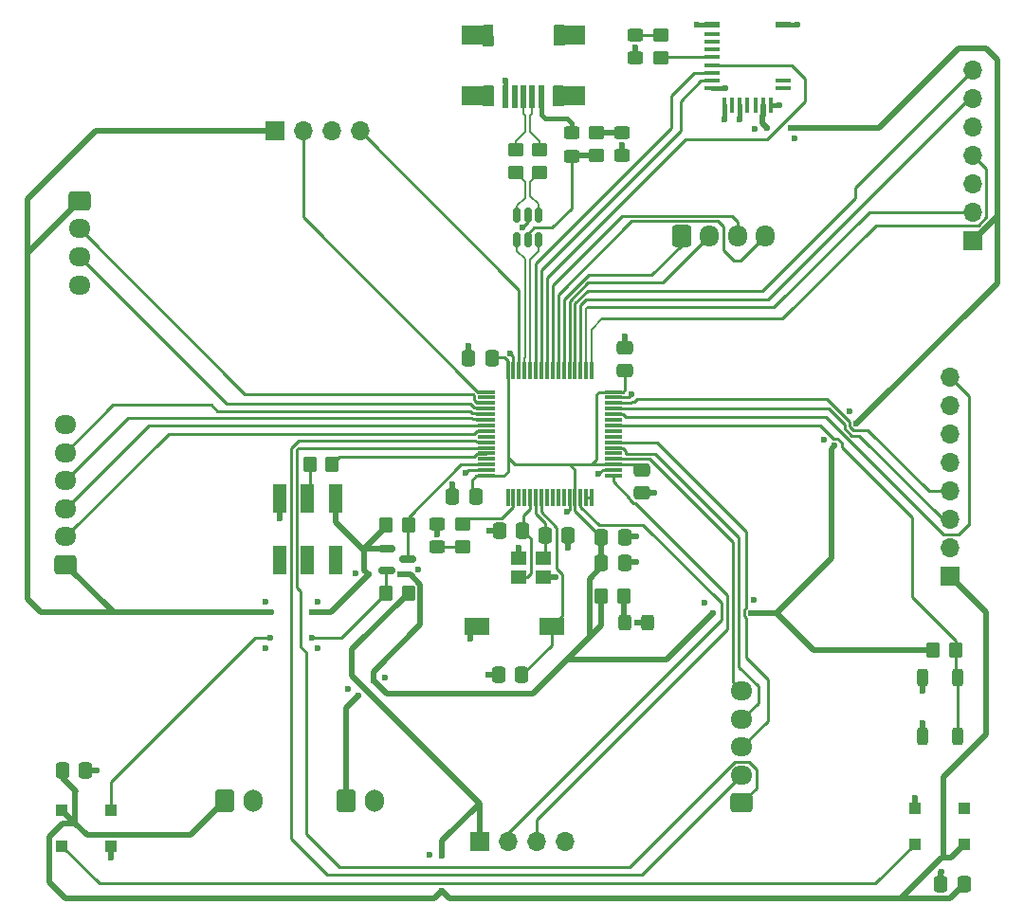
<source format=gbr>
%TF.GenerationSoftware,KiCad,Pcbnew,9.0.1*%
%TF.CreationDate,2025-05-06T13:03:09-06:00*%
%TF.ProjectId,2025_04_STM32F103_RobotBrain,32303235-5f30-4345-9f53-544d33324631,rev?*%
%TF.SameCoordinates,Original*%
%TF.FileFunction,Copper,L1,Top*%
%TF.FilePolarity,Positive*%
%FSLAX46Y46*%
G04 Gerber Fmt 4.6, Leading zero omitted, Abs format (unit mm)*
G04 Created by KiCad (PCBNEW 9.0.1) date 2025-05-06 13:03:09*
%MOMM*%
%LPD*%
G01*
G04 APERTURE LIST*
G04 Aperture macros list*
%AMRoundRect*
0 Rectangle with rounded corners*
0 $1 Rounding radius*
0 $2 $3 $4 $5 $6 $7 $8 $9 X,Y pos of 4 corners*
0 Add a 4 corners polygon primitive as box body*
4,1,4,$2,$3,$4,$5,$6,$7,$8,$9,$2,$3,0*
0 Add four circle primitives for the rounded corners*
1,1,$1+$1,$2,$3*
1,1,$1+$1,$4,$5*
1,1,$1+$1,$6,$7*
1,1,$1+$1,$8,$9*
0 Add four rect primitives between the rounded corners*
20,1,$1+$1,$2,$3,$4,$5,0*
20,1,$1+$1,$4,$5,$6,$7,0*
20,1,$1+$1,$6,$7,$8,$9,0*
20,1,$1+$1,$8,$9,$2,$3,0*%
G04 Aperture macros list end*
%TA.AperFunction,SMDPad,CuDef*%
%ADD10RoundRect,0.250000X-0.450000X0.350000X-0.450000X-0.350000X0.450000X-0.350000X0.450000X0.350000X0*%
%TD*%
%TA.AperFunction,SMDPad,CuDef*%
%ADD11RoundRect,0.075000X0.075000X-0.700000X0.075000X0.700000X-0.075000X0.700000X-0.075000X-0.700000X0*%
%TD*%
%TA.AperFunction,SMDPad,CuDef*%
%ADD12RoundRect,0.075000X0.700000X-0.075000X0.700000X0.075000X-0.700000X0.075000X-0.700000X-0.075000X0*%
%TD*%
%TA.AperFunction,SMDPad,CuDef*%
%ADD13RoundRect,0.250000X0.350000X0.450000X-0.350000X0.450000X-0.350000X-0.450000X0.350000X-0.450000X0*%
%TD*%
%TA.AperFunction,SMDPad,CuDef*%
%ADD14RoundRect,0.250000X0.450000X-0.350000X0.450000X0.350000X-0.450000X0.350000X-0.450000X-0.350000X0*%
%TD*%
%TA.AperFunction,SMDPad,CuDef*%
%ADD15RoundRect,0.250000X-0.337500X-0.475000X0.337500X-0.475000X0.337500X0.475000X-0.337500X0.475000X0*%
%TD*%
%TA.AperFunction,ComponentPad*%
%ADD16RoundRect,0.250000X-0.600000X-0.750000X0.600000X-0.750000X0.600000X0.750000X-0.600000X0.750000X0*%
%TD*%
%TA.AperFunction,ComponentPad*%
%ADD17O,1.700000X2.000000*%
%TD*%
%TA.AperFunction,ComponentPad*%
%ADD18R,1.700000X1.700000*%
%TD*%
%TA.AperFunction,ComponentPad*%
%ADD19O,1.700000X1.700000*%
%TD*%
%TA.AperFunction,ComponentPad*%
%ADD20RoundRect,0.250000X0.725000X-0.600000X0.725000X0.600000X-0.725000X0.600000X-0.725000X-0.600000X0*%
%TD*%
%TA.AperFunction,ComponentPad*%
%ADD21O,1.950000X1.700000*%
%TD*%
%TA.AperFunction,SMDPad,CuDef*%
%ADD22RoundRect,0.250000X0.450000X-0.325000X0.450000X0.325000X-0.450000X0.325000X-0.450000X-0.325000X0*%
%TD*%
%TA.AperFunction,SMDPad,CuDef*%
%ADD23RoundRect,0.150000X-0.587500X-0.150000X0.587500X-0.150000X0.587500X0.150000X-0.587500X0.150000X0*%
%TD*%
%TA.AperFunction,SMDPad,CuDef*%
%ADD24RoundRect,0.250000X-0.450000X0.325000X-0.450000X-0.325000X0.450000X-0.325000X0.450000X0.325000X0*%
%TD*%
%TA.AperFunction,SMDPad,CuDef*%
%ADD25RoundRect,0.250000X-0.350000X-0.450000X0.350000X-0.450000X0.350000X0.450000X-0.350000X0.450000X0*%
%TD*%
%TA.AperFunction,SMDPad,CuDef*%
%ADD26R,1.000000X1.000000*%
%TD*%
%TA.AperFunction,SMDPad,CuDef*%
%ADD27RoundRect,0.250000X0.337500X0.475000X-0.337500X0.475000X-0.337500X-0.475000X0.337500X-0.475000X0*%
%TD*%
%TA.AperFunction,ComponentPad*%
%ADD28RoundRect,0.250000X-0.725000X0.600000X-0.725000X-0.600000X0.725000X-0.600000X0.725000X0.600000X0*%
%TD*%
%TA.AperFunction,SMDPad,CuDef*%
%ADD29R,1.400000X0.600000*%
%TD*%
%TA.AperFunction,SMDPad,CuDef*%
%ADD30R,1.400000X0.400000*%
%TD*%
%TA.AperFunction,SMDPad,CuDef*%
%ADD31R,0.400000X1.400000*%
%TD*%
%TA.AperFunction,SMDPad,CuDef*%
%ADD32RoundRect,0.250000X-0.475000X0.337500X-0.475000X-0.337500X0.475000X-0.337500X0.475000X0.337500X0*%
%TD*%
%TA.AperFunction,SMDPad,CuDef*%
%ADD33RoundRect,0.150000X-0.150000X0.512500X-0.150000X-0.512500X0.150000X-0.512500X0.150000X0.512500X0*%
%TD*%
%TA.AperFunction,ComponentPad*%
%ADD34RoundRect,0.250000X-0.600000X-0.725000X0.600000X-0.725000X0.600000X0.725000X-0.600000X0.725000X0*%
%TD*%
%TA.AperFunction,ComponentPad*%
%ADD35O,1.700000X1.950000*%
%TD*%
%TA.AperFunction,SMDPad,CuDef*%
%ADD36R,1.400000X1.200000*%
%TD*%
%TA.AperFunction,SMDPad,CuDef*%
%ADD37R,2.300000X1.500000*%
%TD*%
%TA.AperFunction,SMDPad,CuDef*%
%ADD38RoundRect,0.250000X0.325000X0.450000X-0.325000X0.450000X-0.325000X-0.450000X0.325000X-0.450000X0*%
%TD*%
%TA.AperFunction,SMDPad,CuDef*%
%ADD39RoundRect,0.250000X0.475000X-0.337500X0.475000X0.337500X-0.475000X0.337500X-0.475000X-0.337500X0*%
%TD*%
%TA.AperFunction,SMDPad,CuDef*%
%ADD40RoundRect,0.250000X-0.250000X0.525000X-0.250000X-0.525000X0.250000X-0.525000X0.250000X0.525000X0*%
%TD*%
%TA.AperFunction,SMDPad,CuDef*%
%ADD41R,1.200000X2.500000*%
%TD*%
%TA.AperFunction,SMDPad,CuDef*%
%ADD42R,0.500000X2.000000*%
%TD*%
%TA.AperFunction,SMDPad,CuDef*%
%ADD43R,2.000000X1.700000*%
%TD*%
%TA.AperFunction,ViaPad*%
%ADD44C,0.600000*%
%TD*%
%TA.AperFunction,Conductor*%
%ADD45C,0.254000*%
%TD*%
%TA.AperFunction,Conductor*%
%ADD46C,0.508000*%
%TD*%
%TA.AperFunction,Conductor*%
%ADD47C,0.381000*%
%TD*%
%TA.AperFunction,Conductor*%
%ADD48C,0.200000*%
%TD*%
G04 APERTURE END LIST*
D10*
%TO.P,R2,1*%
%TO.N,/D+*%
X137680000Y-41715000D03*
%TO.P,R2,2*%
%TO.N,/USB_CONN_D+*%
X137680000Y-43715000D03*
%TD*%
D11*
%TO.P,U1,1,VBAT*%
%TO.N,unconnected-(U1-VBAT-Pad1)*%
X136990000Y-72760000D03*
%TO.P,U1,2,PC13*%
%TO.N,/USER_LED*%
X137490000Y-72760000D03*
%TO.P,U1,3,PC14*%
%TO.N,unconnected-(U1-PC14-Pad3)*%
X137990000Y-72760000D03*
%TO.P,U1,4,PC15*%
%TO.N,unconnected-(U1-PC15-Pad4)*%
X138490000Y-72760000D03*
%TO.P,U1,5,RCC_OSC_IN*%
%TO.N,/OSC_IN*%
X138990000Y-72760000D03*
%TO.P,U1,6,RCC_OSC_OUT*%
%TO.N,/OSC_OUT*%
X139490000Y-72760000D03*
%TO.P,U1,7,NRST*%
%TO.N,/RESET*%
X139990000Y-72760000D03*
%TO.P,U1,8,PC0*%
%TO.N,unconnected-(U1-PC0-Pad8)*%
X140490000Y-72760000D03*
%TO.P,U1,9,PC1*%
%TO.N,unconnected-(U1-PC1-Pad9)*%
X140990000Y-72760000D03*
%TO.P,U1,10,PC2*%
%TO.N,unconnected-(U1-PC2-Pad10)*%
X141490000Y-72760000D03*
%TO.P,U1,11,PC3*%
%TO.N,unconnected-(U1-PC3-Pad11)*%
X141990000Y-72760000D03*
%TO.P,U1,12,VSSA*%
%TO.N,GND*%
X142490000Y-72760000D03*
%TO.P,U1,13,VDDA*%
%TO.N,+3V3*%
X142990000Y-72760000D03*
%TO.P,U1,14,PA0*%
%TO.N,/ULTRA_TRIG*%
X143490000Y-72760000D03*
%TO.P,U1,15,PA1*%
%TO.N,Net-(U1-PA1)*%
X143990000Y-72760000D03*
%TO.P,U1,16,PA2*%
X144490000Y-72760000D03*
D12*
%TO.P,U1,17,PA3*%
%TO.N,/ULTRA_ECHO*%
X146415000Y-70835000D03*
%TO.P,U1,18,VSS*%
%TO.N,GND*%
X146415000Y-70335000D03*
%TO.P,U1,19,VDD*%
%TO.N,+3V3*%
X146415000Y-69835000D03*
%TO.P,U1,20,PA4*%
%TO.N,/PWR_ADC*%
X146415000Y-69335000D03*
%TO.P,U1,21,PA5*%
%TO.N,unconnected-(U1-PA5-Pad21)*%
X146415000Y-68835000D03*
%TO.P,U1,22,PA6*%
%TO.N,/E1B*%
X146415000Y-68335000D03*
%TO.P,U1,23,PA7*%
%TO.N,/E1A*%
X146415000Y-67835000D03*
%TO.P,U1,24,PC4*%
%TO.N,unconnected-(U1-PC4-Pad24)*%
X146415000Y-67335000D03*
%TO.P,U1,25,PC5*%
%TO.N,unconnected-(U1-PC5-Pad25)*%
X146415000Y-66835000D03*
%TO.P,U1,26,PB0*%
%TO.N,/uBUTTON*%
X146415000Y-66335000D03*
%TO.P,U1,27,PB1*%
%TO.N,unconnected-(U1-PB1-Pad27)*%
X146415000Y-65835000D03*
%TO.P,U1,28,PB2*%
%TO.N,/IMU_INT*%
X146415000Y-65335000D03*
%TO.P,U1,29,PB10*%
%TO.N,/IMU_I2C_SCL*%
X146415000Y-64835000D03*
%TO.P,U1,30,PB11*%
%TO.N,/IMU_I2C_SDA*%
X146415000Y-64335000D03*
%TO.P,U1,31,VSS*%
%TO.N,GND*%
X146415000Y-63835000D03*
%TO.P,U1,32,VDD*%
%TO.N,+3V3*%
X146415000Y-63335000D03*
D11*
%TO.P,U1,33,PB12*%
%TO.N,/PS2_CS*%
X144490000Y-61410000D03*
%TO.P,U1,34,PB13*%
%TO.N,/PS2_SCK*%
X143990000Y-61410000D03*
%TO.P,U1,35,PB14*%
%TO.N,/PS2_MISO*%
X143490000Y-61410000D03*
%TO.P,U1,36,PB15*%
%TO.N,/PS2_MOSI*%
X142990000Y-61410000D03*
%TO.P,U1,37,PC6*%
%TO.N,/AN1*%
X142490000Y-61410000D03*
%TO.P,U1,38,PC7*%
%TO.N,/AN2*%
X141990000Y-61410000D03*
%TO.P,U1,39,PC8*%
%TO.N,/BN1*%
X141490000Y-61410000D03*
%TO.P,U1,40,PC9*%
%TO.N,/BN2*%
X140990000Y-61410000D03*
%TO.P,U1,41,PA8*%
%TO.N,/BL_WAKEUP*%
X140490000Y-61410000D03*
%TO.P,U1,42,PA9*%
%TO.N,/BL_RX*%
X139990000Y-61410000D03*
%TO.P,U1,43,PA10*%
%TO.N,/BL_TX*%
X139490000Y-61410000D03*
%TO.P,U1,44,USB_DM*%
%TO.N,/USB_D-*%
X138990000Y-61410000D03*
%TO.P,U1,45,USB_DP*%
%TO.N,/USB_D+*%
X138490000Y-61410000D03*
%TO.P,U1,46,SYS_JTMS-SWDIO*%
%TO.N,/SWDIO*%
X137990000Y-61410000D03*
%TO.P,U1,47,VSS*%
%TO.N,GND*%
X137490000Y-61410000D03*
%TO.P,U1,48,VDD*%
%TO.N,+3V3*%
X136990000Y-61410000D03*
D12*
%TO.P,U1,49,SYS_JTCK-SWCLK*%
%TO.N,/SWCLK*%
X135065000Y-63335000D03*
%TO.P,U1,50,PA15*%
%TO.N,unconnected-(U1-PA15-Pad50)*%
X135065000Y-63835000D03*
%TO.P,U1,51,PC10*%
%TO.N,/USER_TX*%
X135065000Y-64335000D03*
%TO.P,U1,52,PC11*%
%TO.N,/USER_RX*%
X135065000Y-64835000D03*
%TO.P,U1,53,PC12*%
%TO.N,/X4*%
X135065000Y-65335000D03*
%TO.P,U1,54,PD2*%
%TO.N,/X3*%
X135065000Y-65835000D03*
%TO.P,U1,55,PB3*%
%TO.N,/X2*%
X135065000Y-66335000D03*
%TO.P,U1,56,PB4*%
%TO.N,/X1*%
X135065000Y-66835000D03*
%TO.P,U1,57,PB5*%
%TO.N,unconnected-(U1-PB5-Pad57)*%
X135065000Y-67335000D03*
%TO.P,U1,58,PB6*%
%TO.N,/E2B*%
X135065000Y-67835000D03*
%TO.P,U1,59,PB7*%
%TO.N,/E2A*%
X135065000Y-68335000D03*
%TO.P,U1,60,BOOT0*%
%TO.N,/BOOT*%
X135065000Y-68835000D03*
%TO.P,U1,61,PB8*%
%TO.N,unconnected-(U1-PB8-Pad61)*%
X135065000Y-69335000D03*
%TO.P,U1,62,PB9*%
%TO.N,/RGB_DIN*%
X135065000Y-69835000D03*
%TO.P,U1,63,VSS*%
%TO.N,GND*%
X135065000Y-70335000D03*
%TO.P,U1,64,VDD*%
%TO.N,+3V3*%
X135065000Y-70835000D03*
%TD*%
D13*
%TO.P,R9,1*%
%TO.N,+5V*%
X128117500Y-81300000D03*
%TO.P,R9,2*%
%TO.N,Net-(LED1-DIN)*%
X126117500Y-81300000D03*
%TD*%
D14*
%TO.P,R3,1*%
%TO.N,/USB_CONN_D-*%
X139860000Y-43735000D03*
%TO.P,R3,2*%
%TO.N,/D-*%
X139860000Y-41735000D03*
%TD*%
D15*
%TO.P,C12,1*%
%TO.N,+5V*%
X97200000Y-97150000D03*
%TO.P,C12,2*%
%TO.N,GND*%
X99275000Y-97150000D03*
%TD*%
D16*
%TO.P,J6,1,Pin_1*%
%TO.N,+3V3*%
X122580000Y-99900000D03*
D17*
%TO.P,J6,2,Pin_2*%
%TO.N,GND*%
X125080000Y-99900000D03*
%TD*%
D18*
%TO.P,J9,1,Pin_1*%
%TO.N,+3V3*%
X178500000Y-49800000D03*
D19*
%TO.P,J9,2,Pin_2*%
%TO.N,/PS2_SCK*%
X178500000Y-47260000D03*
%TO.P,J9,3,Pin_3*%
%TO.N,unconnected-(J9-Pin_3-Pad3)*%
X178500000Y-44720000D03*
%TO.P,J9,4,Pin_4*%
%TO.N,/PS2_CS*%
X178500000Y-42180000D03*
%TO.P,J9,5,Pin_5*%
%TO.N,GND*%
X178500000Y-39640000D03*
%TO.P,J9,6,Pin_6*%
%TO.N,/PS2_MISO*%
X178500000Y-37100000D03*
%TO.P,J9,7,Pin_7*%
%TO.N,/PS2_MOSI*%
X178500000Y-34560000D03*
%TD*%
D20*
%TO.P,J8,1,Pin_1*%
%TO.N,/E2A*%
X157890000Y-100070000D03*
D21*
%TO.P,J8,2,Pin_2*%
%TO.N,/E2B*%
X157890000Y-97570000D03*
%TO.P,J8,3,Pin_3*%
%TO.N,/E1A*%
X157890000Y-95070000D03*
%TO.P,J8,4,Pin_4*%
%TO.N,/E1B*%
X157890000Y-92570000D03*
%TO.P,J8,5,Pin_5*%
%TO.N,/PWR_ADC*%
X157890000Y-90070000D03*
%TD*%
D18*
%TO.P,J2,1,Pin_1*%
%TO.N,+5V*%
X176465000Y-79835000D03*
D19*
%TO.P,J2,2,Pin_2*%
%TO.N,GND*%
X176465000Y-77295000D03*
%TO.P,J2,3,Pin_3*%
%TO.N,/IMU_I2C_SCL*%
X176465000Y-74755000D03*
%TO.P,J2,4,Pin_4*%
%TO.N,/IMU_I2C_SDA*%
X176465000Y-72215000D03*
%TO.P,J2,5,Pin_5*%
%TO.N,unconnected-(J2-Pin_5-Pad5)*%
X176465000Y-69675000D03*
%TO.P,J2,6,Pin_6*%
%TO.N,unconnected-(J2-Pin_6-Pad6)*%
X176465000Y-67135000D03*
%TO.P,J2,7,Pin_7*%
%TO.N,unconnected-(J2-Pin_7-Pad7)*%
X176465000Y-64595000D03*
%TO.P,J2,8,Pin_8*%
%TO.N,/IMU_INT*%
X176465000Y-62055000D03*
%TD*%
D22*
%TO.P,D4,1,K*%
%TO.N,GND*%
X148410000Y-33500000D03*
%TO.P,D4,2,A*%
%TO.N,Net-(D4-A)*%
X148410000Y-31450000D03*
%TD*%
D23*
%TO.P,Q1,1,G*%
%TO.N,+3V3*%
X126210000Y-77360000D03*
%TO.P,Q1,2,S*%
%TO.N,Net-(LED1-DIN)*%
X126210000Y-79260000D03*
%TO.P,Q1,3,D*%
%TO.N,/RGB_DIN*%
X128085000Y-78310000D03*
%TD*%
D24*
%TO.P,D3,1,K*%
%TO.N,GND*%
X130690000Y-75155000D03*
%TO.P,D3,2,A*%
%TO.N,Net-(D3-A)*%
X130690000Y-77205000D03*
%TD*%
D25*
%TO.P,R5,1*%
%TO.N,+3V3*%
X145347500Y-81570000D03*
%TO.P,R5,2*%
%TO.N,Net-(D2-A)*%
X147347500Y-81570000D03*
%TD*%
D26*
%TO.P,LED1,1,VDD*%
%TO.N,+5V*%
X97150000Y-100700000D03*
%TO.P,LED1,2,DOUT*%
%TO.N,Net-(LED1-DOUT)*%
X97150000Y-103900000D03*
%TO.P,LED1,3,VSS*%
%TO.N,GND*%
X101550000Y-103900000D03*
%TO.P,LED1,4,DIN*%
%TO.N,Net-(LED1-DIN)*%
X101550000Y-100700000D03*
%TD*%
D24*
%TO.P,F1,1*%
%TO.N,Net-(J1-VBUS)*%
X142670000Y-40210000D03*
%TO.P,F1,2*%
%TO.N,Vusb*%
X142670000Y-42260000D03*
%TD*%
D27*
%TO.P,C9,1*%
%TO.N,/OSC_IN*%
X138337500Y-75730000D03*
%TO.P,C9,2*%
%TO.N,GND*%
X136262500Y-75730000D03*
%TD*%
D13*
%TO.P,R10,1*%
%TO.N,/RGB_DIN*%
X128117500Y-75210000D03*
%TO.P,R10,2*%
%TO.N,+3V3*%
X126117500Y-75210000D03*
%TD*%
D18*
%TO.P,J4,1,Pin_1*%
%TO.N,+3V3*%
X116160000Y-40040000D03*
D19*
%TO.P,J4,2,Pin_2*%
%TO.N,/SWCLK*%
X118700000Y-40040000D03*
%TO.P,J4,3,Pin_3*%
%TO.N,GND*%
X121240000Y-40040000D03*
%TO.P,J4,4,Pin_4*%
%TO.N,/SWDIO*%
X123780000Y-40040000D03*
%TD*%
D25*
%TO.P,R8,1*%
%TO.N,+3V3*%
X175000000Y-86410000D03*
%TO.P,R8,2*%
%TO.N,/uBUTTON*%
X177000000Y-86410000D03*
%TD*%
D28*
%TO.P,J11,1,Pin_1*%
%TO.N,+3V3*%
X98720000Y-46270000D03*
D21*
%TO.P,J11,2,Pin_2*%
%TO.N,/USER_TX*%
X98720000Y-48770000D03*
%TO.P,J11,3,Pin_3*%
%TO.N,/USER_RX*%
X98720000Y-51270000D03*
%TO.P,J11,4,Pin_4*%
%TO.N,GND*%
X98720000Y-53770000D03*
%TD*%
D29*
%TO.P,MDBT42T-AT1,1,GND@1*%
%TO.N,GND*%
X155200000Y-30540000D03*
D30*
%TO.P,MDBT42T-AT1,2,NC@2*%
%TO.N,unconnected-(MDBT42T-AT1-NC@2-Pad2)*%
X155200000Y-31340000D03*
%TO.P,MDBT42T-AT1,3,NC@3*%
%TO.N,unconnected-(MDBT42T-AT1-NC@3-Pad3)*%
X155200000Y-32040000D03*
%TO.P,MDBT42T-AT1,4,RESET*%
%TO.N,unconnected-(MDBT42T-AT1-RESET-Pad4)*%
X155200000Y-32740000D03*
%TO.P,MDBT42T-AT1,5,INDICATOR*%
%TO.N,Net-(MDBT42T-AT1-INDICATOR)*%
X155200000Y-33440000D03*
%TO.P,MDBT42T-AT1,6,WAKEUP*%
%TO.N,/BL_WAKEUP*%
X155200000Y-34140000D03*
%TO.P,MDBT42T-AT1,7,TX*%
%TO.N,/BL_TX*%
X155200000Y-34840000D03*
%TO.P,MDBT42T-AT1,8,RX*%
%TO.N,/BL_RX*%
X155200000Y-35540000D03*
%TO.P,MDBT42T-AT1,9,UART_PD*%
%TO.N,GND*%
X155200000Y-36240000D03*
D31*
%TO.P,MDBT42T-AT1,10,GND@10*%
X156300000Y-37740000D03*
%TO.P,MDBT42T-AT1,11,ADC*%
%TO.N,unconnected-(MDBT42T-AT1-ADC-Pad11)*%
X157000000Y-37740000D03*
%TO.P,MDBT42T-AT1,12,FLASH_DEFAULT*%
%TO.N,GND*%
X157700000Y-37740000D03*
%TO.P,MDBT42T-AT1,13,RTS/XL2*%
%TO.N,unconnected-(MDBT42T-AT1-RTS{slash}XL2-Pad13)*%
X158400000Y-37740000D03*
%TO.P,MDBT42T-AT1,14,CTS/XL1*%
%TO.N,unconnected-(MDBT42T-AT1-CTS{slash}XL1-Pad14)*%
X159100000Y-37740000D03*
%TO.P,MDBT42T-AT1,15,VDD*%
%TO.N,+3V3*%
X159800000Y-37740000D03*
%TO.P,MDBT42T-AT1,16,GND@16*%
%TO.N,GND*%
X160500000Y-37740000D03*
D30*
%TO.P,MDBT42T-AT1,17,DCC*%
%TO.N,unconnected-(MDBT42T-AT1-DCC-Pad17)*%
X161600000Y-36240000D03*
%TO.P,MDBT42T-AT1,18,DEC4*%
%TO.N,unconnected-(MDBT42T-AT1-DEC4-Pad18)*%
X161600000Y-35540000D03*
D29*
%TO.P,MDBT42T-AT1,19,GND@19*%
%TO.N,GND*%
X161600000Y-30540000D03*
%TD*%
D27*
%TO.P,C2,1*%
%TO.N,+3V3*%
X135577500Y-60340000D03*
%TO.P,C2,2*%
%TO.N,GND*%
X133502500Y-60340000D03*
%TD*%
D10*
%TO.P,R6,1*%
%TO.N,/USER_LED*%
X132960000Y-75150000D03*
%TO.P,R6,2*%
%TO.N,Net-(D3-A)*%
X132960000Y-77150000D03*
%TD*%
D14*
%TO.P,R7,1*%
%TO.N,Net-(MDBT42T-AT1-INDICATOR)*%
X150640000Y-33475000D03*
%TO.P,R7,2*%
%TO.N,Net-(D4-A)*%
X150640000Y-31475000D03*
%TD*%
D32*
%TO.P,C4,1*%
%TO.N,+3V3*%
X148960000Y-70302500D03*
%TO.P,C4,2*%
%TO.N,GND*%
X148960000Y-72377500D03*
%TD*%
D33*
%TO.P,U2,1,I/O1*%
%TO.N,/USB_CONN_D-*%
X139730000Y-47510000D03*
%TO.P,U2,2,GND*%
%TO.N,GND*%
X138780000Y-47510000D03*
%TO.P,U2,3,I/O2*%
%TO.N,/USB_CONN_D+*%
X137830000Y-47510000D03*
%TO.P,U2,4,I/O2*%
%TO.N,/USB_D+*%
X137830000Y-49785000D03*
%TO.P,U2,5,VBUS*%
%TO.N,Vusb*%
X138780000Y-49785000D03*
%TO.P,U2,6,I/O1*%
%TO.N,/USB_D-*%
X139730000Y-49785000D03*
%TD*%
D15*
%TO.P,C5,1*%
%TO.N,+3V3*%
X145352500Y-76290000D03*
%TO.P,C5,2*%
%TO.N,GND*%
X147427500Y-76290000D03*
%TD*%
D18*
%TO.P,J3,1,Pin_1*%
%TO.N,+5V*%
X134460000Y-103485000D03*
D19*
%TO.P,J3,2,Pin_2*%
%TO.N,/ULTRA_TRIG*%
X137000000Y-103485000D03*
%TO.P,J3,3,Pin_3*%
%TO.N,/ULTRA_ECHO*%
X139540000Y-103485000D03*
%TO.P,J3,4,Pin_4*%
%TO.N,GND*%
X142080000Y-103485000D03*
%TD*%
D34*
%TO.P,J7,1,Pin_1*%
%TO.N,/AN2*%
X152510000Y-49370000D03*
D35*
%TO.P,J7,2,Pin_2*%
%TO.N,/AN1*%
X155010000Y-49370000D03*
%TO.P,J7,3,Pin_3*%
%TO.N,/BN2*%
X157510000Y-49370000D03*
%TO.P,J7,4,Pin_4*%
%TO.N,/BN1*%
X160010000Y-49370000D03*
%TD*%
D36*
%TO.P,Y2,1,1*%
%TO.N,/OSC_IN*%
X137952500Y-79920000D03*
%TO.P,Y2,2,2*%
%TO.N,GND*%
X140152500Y-79920000D03*
%TO.P,Y2,3,3*%
%TO.N,/OSC_OUT*%
X140152500Y-78220000D03*
%TO.P,Y2,4,4*%
%TO.N,GND*%
X137952500Y-78220000D03*
%TD*%
D37*
%TO.P,SW1,1,A*%
%TO.N,GND*%
X134220000Y-84280000D03*
%TO.P,SW1,2,B*%
%TO.N,/RESET*%
X140920000Y-84280000D03*
%TD*%
D15*
%TO.P,C6,1*%
%TO.N,+3V3*%
X145352500Y-78580000D03*
%TO.P,C6,2*%
%TO.N,GND*%
X147427500Y-78580000D03*
%TD*%
D16*
%TO.P,J5,1,Pin_1*%
%TO.N,+5V*%
X111750000Y-99875000D03*
D17*
%TO.P,J5,2,Pin_2*%
%TO.N,GND*%
X114250000Y-99875000D03*
%TD*%
D38*
%TO.P,D2,1,K*%
%TO.N,GND*%
X149492500Y-83950000D03*
%TO.P,D2,2,A*%
%TO.N,Net-(D2-A)*%
X147442500Y-83950000D03*
%TD*%
D27*
%TO.P,C1,1*%
%TO.N,+3V3*%
X134137500Y-72690000D03*
%TO.P,C1,2*%
%TO.N,GND*%
X132062500Y-72690000D03*
%TD*%
D26*
%TO.P,LED2,1,VDD*%
%TO.N,+5V*%
X177760000Y-103740000D03*
%TO.P,LED2,2,DOUT*%
%TO.N,unconnected-(LED2-DOUT-Pad2)*%
X177760000Y-100540000D03*
%TO.P,LED2,3,VSS*%
%TO.N,GND*%
X173360000Y-100540000D03*
%TO.P,LED2,4,DIN*%
%TO.N,Net-(LED1-DOUT)*%
X173360000Y-103740000D03*
%TD*%
D15*
%TO.P,C8,1*%
%TO.N,/OSC_OUT*%
X140312500Y-76140000D03*
%TO.P,C8,2*%
%TO.N,GND*%
X142387500Y-76140000D03*
%TD*%
D13*
%TO.P,R1,1*%
%TO.N,/BOOT*%
X121300000Y-69810000D03*
%TO.P,R1,2*%
%TO.N,Net-(R1-Pad2)*%
X119300000Y-69810000D03*
%TD*%
D20*
%TO.P,J10,1,Pin_1*%
%TO.N,+3V3*%
X97510000Y-78760000D03*
D21*
%TO.P,J10,2,Pin_2*%
%TO.N,/X1*%
X97510000Y-76260000D03*
%TO.P,J10,3,Pin_3*%
%TO.N,/X2*%
X97510000Y-73760000D03*
%TO.P,J10,4,Pin_4*%
%TO.N,/X3*%
X97510000Y-71260000D03*
%TO.P,J10,5,Pin_5*%
%TO.N,/X4*%
X97510000Y-68760000D03*
%TO.P,J10,6,Pin_6*%
%TO.N,GND*%
X97510000Y-66260000D03*
%TD*%
D39*
%TO.P,C3,1*%
%TO.N,+3V3*%
X147470000Y-61457500D03*
%TO.P,C3,2*%
%TO.N,GND*%
X147470000Y-59382500D03*
%TD*%
D40*
%TO.P,SW2,1,A*%
%TO.N,/uBUTTON*%
X177200000Y-88835000D03*
X177200000Y-94085000D03*
%TO.P,SW2,2,B*%
%TO.N,GND*%
X174000000Y-88835000D03*
X174000000Y-94085000D03*
%TD*%
D22*
%TO.P,D1,1,K*%
%TO.N,GND*%
X147160000Y-42210000D03*
%TO.P,D1,2,A*%
%TO.N,Net-(D1-A)*%
X147160000Y-40160000D03*
%TD*%
D41*
%TO.P,S1,1*%
%TO.N,+3V3*%
X121610000Y-72880000D03*
%TO.P,S1,2*%
%TO.N,Net-(R1-Pad2)*%
X119110000Y-72880000D03*
%TO.P,S1,3*%
%TO.N,GND*%
X116610000Y-72880000D03*
%TO.P,S1,4*%
%TO.N,unconnected-(S1-Pad4)*%
X121610000Y-78380000D03*
%TO.P,S1,5*%
%TO.N,unconnected-(S1-Pad5)*%
X119110000Y-78380000D03*
%TO.P,S1,6*%
%TO.N,unconnected-(S1-Pad6)*%
X116610000Y-78380000D03*
%TD*%
D27*
%TO.P,C11,1*%
%TO.N,+5V*%
X177747500Y-107320000D03*
%TO.P,C11,2*%
%TO.N,GND*%
X175672500Y-107320000D03*
%TD*%
D42*
%TO.P,J1,1,VBUS*%
%TO.N,Net-(J1-VBUS)*%
X139980000Y-37000000D03*
%TO.P,J1,2,D-*%
%TO.N,/D-*%
X139180000Y-37000000D03*
%TO.P,J1,3,D+*%
%TO.N,/D+*%
X138380000Y-37000000D03*
%TO.P,J1,4,ID*%
%TO.N,unconnected-(J1-ID-Pad4)*%
X137580000Y-37000000D03*
%TO.P,J1,5,GND*%
%TO.N,GND*%
X136780000Y-37000000D03*
D43*
%TO.P,J1,6,Shield*%
X142830000Y-36900000D03*
X142830000Y-31450000D03*
X133930000Y-36900000D03*
X133930000Y-31450000D03*
%TD*%
D27*
%TO.P,C7,1*%
%TO.N,/RESET*%
X138247500Y-88630000D03*
%TO.P,C7,2*%
%TO.N,GND*%
X136172500Y-88630000D03*
%TD*%
D14*
%TO.P,R4,1*%
%TO.N,Vusb*%
X144880000Y-42215000D03*
%TO.P,R4,2*%
%TO.N,Net-(D1-A)*%
X144880000Y-40215000D03*
%TD*%
D44*
%TO.N,GND*%
X130000000Y-104710001D03*
%TO.N,+5V*%
X131080000Y-104800001D03*
X131080000Y-107892000D03*
%TO.N,GND*%
X159070000Y-39880001D03*
X162600000Y-40690001D03*
X115360000Y-86240001D03*
X115390000Y-82070001D03*
X120000000Y-82110001D03*
X120030000Y-86230001D03*
%TO.N,Net-(LED1-DIN)*%
X115790000Y-85300001D03*
X119540000Y-85290001D03*
%TO.N,+3V3*%
X119480000Y-83040001D03*
X115820000Y-83040001D03*
X162230000Y-39750001D03*
X160177268Y-39745000D03*
X155330000Y-83080000D03*
X127405926Y-79646826D03*
X166161644Y-68138356D03*
X168141824Y-66158176D03*
X124970000Y-89150000D03*
X158717000Y-83080000D03*
X123620000Y-90500000D03*
X124560000Y-79640000D03*
%TO.N,GND*%
X135300000Y-31060000D03*
X135310000Y-31970000D03*
X122680000Y-89880000D03*
X138320000Y-48630000D03*
X101550000Y-104940000D03*
X136780000Y-35480000D03*
X137200000Y-59890000D03*
X135310000Y-36460000D03*
X128960000Y-79190000D03*
X100250000Y-97140000D03*
X148430000Y-76280000D03*
X158970000Y-81890000D03*
X133260000Y-70570000D03*
X161270000Y-37740001D03*
X156300000Y-38970000D03*
X135310000Y-75730000D03*
X141240000Y-79920000D03*
X116610000Y-74610000D03*
X162820000Y-30550000D03*
X150070000Y-72380000D03*
X174000000Y-92900000D03*
X132070000Y-71580000D03*
X133640000Y-85390000D03*
X141410000Y-36420000D03*
X145110000Y-70690000D03*
X173350000Y-99580000D03*
X154570000Y-82210000D03*
X126010000Y-88840000D03*
X153880000Y-30560000D03*
X148580000Y-83950000D03*
X135220000Y-88640000D03*
X141420000Y-37150000D03*
X141430000Y-31900000D03*
X141430000Y-31090000D03*
X157700000Y-38950000D03*
X175680000Y-106180000D03*
X148460000Y-78570000D03*
X165230000Y-67650000D03*
X137960000Y-77270000D03*
X167470000Y-65070000D03*
X148070000Y-63560000D03*
X148400000Y-32585000D03*
X156420000Y-36240000D03*
X130690000Y-76070000D03*
X133510000Y-59260000D03*
X142390000Y-77290000D03*
X173990000Y-90010000D03*
X123421006Y-79505671D03*
X142300000Y-74080000D03*
X147470000Y-58420000D03*
X135310000Y-37250000D03*
X147170000Y-41280000D03*
%TD*%
D45*
%TO.N,/X4*%
X134150992Y-65268000D02*
X134007524Y-65268000D01*
X135043000Y-65313000D02*
X134195992Y-65313000D01*
X133819056Y-65223000D02*
X133666057Y-65070001D01*
X134007524Y-65268000D02*
X133962525Y-65223000D01*
X135065000Y-65335000D02*
X135043000Y-65313000D01*
X134195992Y-65313000D02*
X134150992Y-65268000D01*
X133962525Y-65223000D02*
X133819056Y-65223000D01*
X133666057Y-65070001D02*
X111050000Y-65070001D01*
X110490000Y-64510001D02*
X101759999Y-64510001D01*
X111050000Y-65070001D02*
X110490000Y-64510001D01*
X101759999Y-64510001D02*
X97510000Y-68760000D01*
D46*
%TO.N,+5V*%
X96050000Y-107140000D02*
X96050000Y-103090000D01*
X96050000Y-103090000D02*
X97225000Y-101915000D01*
X131080000Y-107892000D02*
X131758001Y-108570001D01*
X97480001Y-108570001D02*
X96050000Y-107140000D01*
X131758001Y-108570001D02*
X172110000Y-108570001D01*
X131080000Y-107892000D02*
X130401999Y-108570001D01*
X130401999Y-108570001D02*
X97480001Y-108570001D01*
X97225000Y-101915000D02*
X98365000Y-101915000D01*
X131080000Y-104800001D02*
X131080000Y-103462268D01*
X131080000Y-103462268D02*
X134460000Y-100082268D01*
X172110000Y-108570001D02*
X176497499Y-108570001D01*
X176497499Y-108570001D02*
X177747500Y-107320000D01*
X177747500Y-107542501D02*
X177747500Y-107320000D01*
X172110000Y-108570001D02*
X175747733Y-104932268D01*
X175747733Y-104932268D02*
X175860000Y-104932268D01*
D47*
%TO.N,GND*%
X161270000Y-37740001D02*
X160500001Y-37740001D01*
X160500001Y-37740001D02*
X160500000Y-37740000D01*
D45*
%TO.N,/BL_WAKEUP*%
X140490000Y-61410000D02*
X140490000Y-53120001D01*
X163570000Y-37350001D02*
X163570000Y-35380001D01*
X140490000Y-53120001D02*
X152840000Y-40770001D01*
X152840000Y-40770001D02*
X160150000Y-40770001D01*
X163570000Y-35380001D02*
X162330000Y-34140001D01*
X160150000Y-40770001D02*
X163570000Y-37350001D01*
X162330001Y-34140000D02*
X155200000Y-34140000D01*
X162330000Y-34140001D02*
X162330001Y-34140000D01*
%TO.N,Net-(LED1-DIN)*%
X119540000Y-85290001D02*
X122127499Y-85290001D01*
X122127499Y-85290001D02*
X126117500Y-81300000D01*
X115790000Y-85300001D02*
X114394106Y-85300001D01*
X114394106Y-85300001D02*
X101550000Y-98144107D01*
X101550000Y-98144107D02*
X101550000Y-100700000D01*
%TO.N,/E2A*%
X118520000Y-86128000D02*
X118520000Y-81180001D01*
X118520000Y-81180001D02*
X118180000Y-80840001D01*
X119000000Y-86608000D02*
X118520000Y-86128000D01*
X118180000Y-80840001D02*
X118180000Y-68480000D01*
X159193000Y-98767000D02*
X157890000Y-100070000D01*
X147889055Y-105780001D02*
X157277056Y-96392000D01*
X119000000Y-86608000D02*
X119000000Y-102840001D01*
X135065000Y-68335000D02*
X118325000Y-68335000D01*
X119000000Y-102840001D02*
X121940000Y-105780001D01*
X118325000Y-68335000D02*
X118180000Y-68480000D01*
X121940000Y-105780001D02*
X147889055Y-105780001D01*
X159193000Y-97082056D02*
X159193000Y-98767000D01*
X157277056Y-96392000D02*
X158502944Y-96392000D01*
X158502944Y-96392000D02*
X159193000Y-97082056D01*
%TO.N,/E2B*%
X120820001Y-106470001D02*
X117610000Y-103260000D01*
X148989999Y-106470001D02*
X120820001Y-106470001D01*
X117610000Y-103260000D02*
X117610000Y-68406533D01*
X134195992Y-67813000D02*
X135043000Y-67813000D01*
X117610000Y-68406533D02*
X118336532Y-67680001D01*
X157890000Y-97570000D02*
X148989999Y-106470001D01*
X118336532Y-67680001D02*
X134062993Y-67680001D01*
X134062993Y-67680001D02*
X134195992Y-67813000D01*
X135043000Y-67813000D02*
X135065000Y-67835000D01*
D46*
%TO.N,+5V*%
X134460000Y-103485000D02*
X134460000Y-100082268D01*
X134460000Y-100082268D02*
X123100000Y-88722268D01*
X123100000Y-88722268D02*
X123100000Y-86317500D01*
X123100000Y-86317500D02*
X128117500Y-81300000D01*
%TO.N,+3V3*%
X119480000Y-83040001D02*
X121159999Y-83040001D01*
D45*
%TO.N,/BL_TX*%
X139490000Y-61410000D02*
X139490000Y-51850001D01*
X139490000Y-51850001D02*
X151590000Y-39750001D01*
X151590000Y-39750001D02*
X151590000Y-36860001D01*
X151590000Y-36860001D02*
X153610001Y-34840000D01*
X153610001Y-34840000D02*
X155200000Y-34840000D01*
D46*
%TO.N,+3V3*%
X162230000Y-39750001D02*
X170129999Y-39750001D01*
X170129999Y-39750001D02*
X177210000Y-32670000D01*
X177210000Y-32670000D02*
X179710000Y-32670000D01*
X179710000Y-32670000D02*
X180700000Y-33660000D01*
X180700000Y-33660000D02*
X180700000Y-47600000D01*
D45*
%TO.N,/PS2_MISO*%
X143490000Y-61410000D02*
X143490000Y-55546936D01*
X143490000Y-55546936D02*
X143976935Y-55060001D01*
X143976935Y-55060001D02*
X160200000Y-55060001D01*
X160200000Y-55060001D02*
X178160001Y-37100000D01*
X178160001Y-37100000D02*
X178500000Y-37100000D01*
%TO.N,/AN1*%
X155010000Y-49370000D02*
X150799999Y-53580001D01*
X150799999Y-53580001D02*
X144169999Y-53580001D01*
X144169999Y-53580001D02*
X142490000Y-55260000D01*
X142490000Y-55260000D02*
X142490000Y-61410000D01*
D48*
%TO.N,/PS2_SCK*%
X143990000Y-61410000D02*
X143990000Y-55889598D01*
X143990000Y-55889598D02*
X144089597Y-55790001D01*
D45*
X178500000Y-47260000D02*
X169300001Y-47260000D01*
X169300001Y-47260000D02*
X160770000Y-55790001D01*
X160770000Y-55790001D02*
X144089597Y-55790001D01*
%TO.N,/PS2_CS*%
X178987944Y-48438000D02*
X179678000Y-47747944D01*
X161500000Y-56790001D02*
X169852001Y-48438000D01*
X169852001Y-48438000D02*
X178987944Y-48438000D01*
X179678000Y-47747944D02*
X179678000Y-43358000D01*
X145446129Y-56790001D02*
X161500000Y-56790001D01*
X179678000Y-43358000D02*
X178500000Y-42180000D01*
D48*
X144490000Y-61410000D02*
X144490000Y-57746130D01*
X144490000Y-57746130D02*
X145446129Y-56790001D01*
D45*
%TO.N,/AN2*%
X141990000Y-61410000D02*
X141990000Y-55116533D01*
X141990000Y-55116533D02*
X144196532Y-52910001D01*
X152510000Y-50220001D02*
X152510000Y-49370000D01*
X144196532Y-52910001D02*
X149820000Y-52910001D01*
X149820000Y-52910001D02*
X152510000Y-50220001D01*
%TO.N,/BN1*%
X141490000Y-61410000D02*
X141490000Y-54650001D01*
X141490000Y-54650001D02*
X148073001Y-48067000D01*
X148073001Y-48067000D02*
X155737000Y-48067000D01*
X155737000Y-48067000D02*
X156230000Y-48560000D01*
X156230000Y-48560000D02*
X156230000Y-50670000D01*
X156230000Y-50670000D02*
X157160000Y-51600000D01*
X157160000Y-51600000D02*
X157780000Y-51600000D01*
X157780000Y-51600000D02*
X160010000Y-49370000D01*
%TO.N,/BN2*%
X140990000Y-61410000D02*
X140990000Y-53850001D01*
X140990000Y-53850001D02*
X147228001Y-47612000D01*
X156981000Y-47612000D02*
X157510000Y-48141000D01*
X157510000Y-48141000D02*
X157510000Y-49370000D01*
X147228001Y-47612000D02*
X156981000Y-47612000D01*
%TO.N,/BL_RX*%
X139990000Y-61410000D02*
X139990000Y-52450001D01*
X139990000Y-52450001D02*
X152440467Y-39999534D01*
X154246000Y-35540000D02*
X155200000Y-35540000D01*
X152440467Y-39999534D02*
X152440467Y-37345533D01*
X152440467Y-37345533D02*
X154246000Y-35540000D01*
%TO.N,Vusb*%
X138780000Y-49785000D02*
X138780000Y-49230000D01*
X138780000Y-49230000D02*
X139340000Y-48670000D01*
X139340000Y-48670000D02*
X140960001Y-48670000D01*
X140960001Y-48670000D02*
X142670000Y-46960001D01*
X142670000Y-46960001D02*
X142670000Y-42260000D01*
%TO.N,/BOOT*%
X121300000Y-69810000D02*
X121949999Y-69160001D01*
X135043000Y-68857000D02*
X135065000Y-68835000D01*
X133962000Y-69090992D02*
X134195992Y-68857000D01*
X121949999Y-69160001D02*
X133962000Y-69160001D01*
X133962000Y-69160001D02*
X133962000Y-69090992D01*
X134195992Y-68857000D02*
X135043000Y-68857000D01*
%TO.N,/uBUTTON*%
X177000000Y-86410000D02*
X177000000Y-85580000D01*
X173100000Y-81680000D02*
X173100000Y-74580001D01*
X177000000Y-85580000D02*
X173100000Y-81680000D01*
X166789644Y-67878229D02*
X166421771Y-67510356D01*
X166421771Y-67510356D02*
X166030355Y-67510356D01*
X166030355Y-67510356D02*
X164854999Y-66335000D01*
X166789644Y-68269645D02*
X166789644Y-67878229D01*
X173100000Y-74580001D02*
X166789644Y-68269645D01*
X164854999Y-66335000D02*
X146415000Y-66335000D01*
%TO.N,/IMU_I2C_SCL*%
X176465000Y-74755000D02*
X175894999Y-74755000D01*
X168381175Y-67241176D02*
X167693229Y-67241176D01*
X175894999Y-74755000D02*
X168381175Y-67241176D01*
X167693229Y-67241176D02*
X167058824Y-66606770D01*
X165671531Y-64835000D02*
X146415000Y-64835000D01*
X167058824Y-66606770D02*
X167058824Y-66222293D01*
X167058824Y-66222293D02*
X165671531Y-64835000D01*
%TO.N,/IMU_I2C_SDA*%
X146415000Y-64335000D02*
X146437000Y-64313000D01*
X146437000Y-64313000D02*
X147284008Y-64313000D01*
X147284008Y-64313000D02*
X147307008Y-64290000D01*
X165480000Y-64000001D02*
X167513824Y-66033825D01*
X147307008Y-64290000D02*
X147983468Y-64290000D01*
X148330127Y-64188000D02*
X148518126Y-64000001D01*
X167513824Y-66033825D02*
X167513824Y-66418303D01*
X148085467Y-64188000D02*
X148330127Y-64188000D01*
X148518126Y-64000001D02*
X165480000Y-64000001D01*
X167881697Y-66786176D02*
X169156175Y-66786176D01*
X167513824Y-66418303D02*
X167881697Y-66786176D01*
X147983468Y-64290000D02*
X148085467Y-64188000D01*
X169156175Y-66786176D02*
X174584999Y-72215000D01*
X174584999Y-72215000D02*
X176465000Y-72215000D01*
%TO.N,/IMU_INT*%
X146415000Y-65335000D02*
X146437000Y-65357000D01*
X146437000Y-65357000D02*
X147284008Y-65357000D01*
X165380001Y-65570001D02*
X175890000Y-76080000D01*
X147284008Y-65357000D02*
X147497009Y-65570001D01*
X147497009Y-65570001D02*
X165380001Y-65570001D01*
X175890000Y-76080000D02*
X177230000Y-76080000D01*
X178110000Y-75200000D02*
X178140000Y-75200000D01*
X177230000Y-76080000D02*
X178110000Y-75200000D01*
X178140000Y-75200000D02*
X178140000Y-63730000D01*
X178140000Y-63730000D02*
X176465000Y-62055000D01*
%TO.N,/E1A*%
X157890000Y-95070000D02*
X160210000Y-92750000D01*
X160210000Y-89030001D02*
X158300000Y-87120001D01*
X147284008Y-67857000D02*
X146557000Y-67857000D01*
X158300000Y-83551127D02*
X158089000Y-83340127D01*
X158089000Y-83340127D02*
X158089000Y-82819873D01*
X158300000Y-87120001D02*
X158300000Y-83551127D01*
X147307009Y-67880001D02*
X147284008Y-67857000D01*
X158089000Y-82819873D02*
X158300000Y-82608873D01*
X158300000Y-82608873D02*
X158300000Y-75820001D01*
X158300000Y-75820001D02*
X150360000Y-67880001D01*
X160210000Y-92750000D02*
X160210000Y-89030001D01*
X150360000Y-67880001D02*
X147307009Y-67880001D01*
X146557000Y-67857000D02*
X146535000Y-67835000D01*
X146535000Y-67835000D02*
X146415000Y-67835000D01*
%TO.N,/PWR_ADC*%
X146415000Y-69335000D02*
X149675000Y-69335000D01*
X149675000Y-69335000D02*
X157080000Y-76740000D01*
X157080000Y-76740000D02*
X157080000Y-89260000D01*
X157080000Y-89260000D02*
X157890000Y-90070000D01*
%TO.N,/E1B*%
X157890000Y-92570000D02*
X159340000Y-91120000D01*
X159340000Y-91120000D02*
X159340000Y-89610000D01*
X159340000Y-89610000D02*
X157635000Y-87905000D01*
X157635000Y-87905000D02*
X157635000Y-76345001D01*
X147284008Y-68357000D02*
X146415000Y-68357000D01*
X157635000Y-76345001D02*
X150169999Y-68880000D01*
X150169999Y-68880000D02*
X147518000Y-68880000D01*
X146415000Y-68357000D02*
X146415000Y-68335000D01*
X147518000Y-68880000D02*
X147518000Y-68590992D01*
X147518000Y-68590992D02*
X147284008Y-68357000D01*
%TO.N,/ULTRA_ECHO*%
X146415000Y-70835000D02*
X146415000Y-71325001D01*
X147907000Y-72961342D02*
X148238658Y-73293000D01*
X146415000Y-71325001D02*
X147907000Y-72817001D01*
X147907000Y-72817001D02*
X147907000Y-72961342D01*
X148382999Y-73293000D02*
X156560000Y-81470001D01*
X148238658Y-73293000D02*
X148382999Y-73293000D01*
X156560000Y-84568468D02*
X139540000Y-101588468D01*
X156560000Y-81470001D02*
X156560000Y-84568468D01*
X139540000Y-101588468D02*
X139540000Y-103485000D01*
%TO.N,/ULTRA_TRIG*%
X143490000Y-72760000D02*
X143490000Y-73607008D01*
X137000000Y-102720001D02*
X137000000Y-103485000D01*
X156040000Y-82203468D02*
X156040000Y-83680001D01*
X143490000Y-73607008D02*
X145119992Y-75237000D01*
X145119992Y-75237000D02*
X149073532Y-75237000D01*
X149073532Y-75237000D02*
X156040000Y-82203468D01*
X156040000Y-83680001D02*
X137000000Y-102720001D01*
D46*
%TO.N,+3V3*%
X101785000Y-83035000D02*
X101790001Y-83040001D01*
X101790001Y-83040001D02*
X115820000Y-83040001D01*
X121159999Y-83040001D02*
X124560000Y-79640000D01*
D45*
%TO.N,/X1*%
X135065000Y-66835000D02*
X135043000Y-66857000D01*
X135043000Y-66857000D02*
X134195992Y-66857000D01*
X133962991Y-67090001D02*
X106679999Y-67090001D01*
X134195992Y-66857000D02*
X133962991Y-67090001D01*
X106679999Y-67090001D02*
X97510000Y-76260000D01*
%TO.N,/X3*%
X135043000Y-65813000D02*
X134195992Y-65813000D01*
X133962524Y-65723000D02*
X133819057Y-65723000D01*
X134195992Y-65813000D02*
X134150992Y-65768000D01*
X134150992Y-65768000D02*
X134007525Y-65768000D01*
X135065000Y-65835000D02*
X135043000Y-65813000D01*
X134007525Y-65768000D02*
X133962524Y-65723000D01*
X133786056Y-65690001D02*
X103079999Y-65690001D01*
X133819057Y-65723000D02*
X133819052Y-65722998D01*
X133819052Y-65722998D02*
X133786056Y-65690001D01*
X103079999Y-65690001D02*
X97510000Y-71260000D01*
%TO.N,/USER_TX*%
X135065000Y-64335000D02*
X135043000Y-64313000D01*
X134195992Y-64313000D02*
X133962000Y-64079008D01*
X135043000Y-64313000D02*
X134195992Y-64313000D01*
X133861534Y-63550001D02*
X113500001Y-63550001D01*
X113500001Y-63550001D02*
X98720000Y-48770000D01*
X133962000Y-63650467D02*
X133861534Y-63550001D01*
X133962000Y-64079008D02*
X133962000Y-63650467D01*
%TO.N,/USER_RX*%
X135043000Y-64813000D02*
X134195992Y-64813000D01*
X134195992Y-64813000D02*
X134150992Y-64768000D01*
X135065000Y-64835000D02*
X135043000Y-64813000D01*
X134150992Y-64768000D02*
X134007524Y-64768000D01*
X133669525Y-64430001D02*
X111880001Y-64430001D01*
X134007524Y-64768000D02*
X133669525Y-64430001D01*
X111880001Y-64430001D02*
X98720000Y-51270000D01*
D46*
%TO.N,+3V3*%
X145347500Y-84182500D02*
X144305000Y-85225001D01*
X144305000Y-85225001D02*
X144305000Y-80025001D01*
X144305000Y-80025001D02*
X145352500Y-78977501D01*
X145352500Y-78977501D02*
X145352500Y-78580000D01*
D45*
%TO.N,/PS2_MOSI*%
X159730895Y-54275000D02*
X167978000Y-46027895D01*
X167978000Y-45082000D02*
X178500000Y-34560000D01*
X144118468Y-54275000D02*
X159730895Y-54275000D01*
X167978000Y-46027895D02*
X167978000Y-45082000D01*
X142990000Y-55403468D02*
X144118468Y-54275000D01*
X142990000Y-61410000D02*
X142990000Y-55403468D01*
%TO.N,Net-(U1-PA1)*%
X143990000Y-72760000D02*
X144490000Y-72760000D01*
%TO.N,/X2*%
X104935000Y-66335000D02*
X97510000Y-73760000D01*
X135065000Y-66335000D02*
X104935000Y-66335000D01*
%TO.N,/RESET*%
X139990000Y-72760000D02*
X139990000Y-74066532D01*
X139990000Y-74066532D02*
X141370000Y-75446532D01*
X140920000Y-84280000D02*
X140920000Y-85957500D01*
X141868000Y-79659873D02*
X141868000Y-83332000D01*
X141370000Y-79161873D02*
X141868000Y-79659873D01*
X141370000Y-75446532D02*
X141370000Y-79161873D01*
X141868000Y-83332000D02*
X140920000Y-84280000D01*
X140920000Y-85957500D02*
X138247500Y-88630000D01*
D46*
%TO.N,+3V3*%
X159735000Y-39302732D02*
X160177268Y-39745000D01*
X121610000Y-72880000D02*
X121610000Y-74950000D01*
D45*
X147295000Y-63335000D02*
X147470000Y-63160000D01*
D46*
X151180000Y-87230000D02*
X142300000Y-87230000D01*
X95315000Y-83035000D02*
X94080000Y-81800000D01*
D45*
X133780000Y-71210000D02*
X133780000Y-72332500D01*
D46*
X145347500Y-81570000D02*
X145347500Y-84182500D01*
X180700000Y-53600000D02*
X180700000Y-47600000D01*
X145352500Y-78580000D02*
X145352500Y-76290000D01*
X101785000Y-83035000D02*
X95315000Y-83035000D01*
X160950000Y-83080000D02*
X165860000Y-78170000D01*
D45*
X135647500Y-60270000D02*
X135577500Y-60340000D01*
X148492500Y-69835000D02*
X148960000Y-70302500D01*
D46*
X165860000Y-68440000D02*
X166161644Y-68138356D01*
X128296826Y-79646826D02*
X129172500Y-80522500D01*
X180700000Y-47600000D02*
X178500000Y-49800000D01*
D45*
X147470000Y-63160000D02*
X147470000Y-61457500D01*
D46*
X159735000Y-38677268D02*
X159735000Y-39302732D01*
D45*
X142990000Y-72760000D02*
X142990000Y-70305000D01*
D46*
X101785000Y-83035000D02*
X97510000Y-78760000D01*
X94080000Y-50910000D02*
X94080000Y-46140000D01*
X121610000Y-74950000D02*
X124100000Y-77440000D01*
D45*
X142990000Y-70305000D02*
X142520000Y-69835000D01*
D46*
X123620000Y-90500000D02*
X122580000Y-91540000D01*
X165860000Y-78170000D02*
X165860000Y-68440000D01*
X164280000Y-86410000D02*
X175000000Y-86410000D01*
D45*
X136660000Y-60270000D02*
X135647500Y-60270000D01*
X136990000Y-61410000D02*
X136990000Y-60600000D01*
D46*
X129172500Y-80522500D02*
X129172500Y-84147500D01*
X126180000Y-90330000D02*
X139200000Y-90330000D01*
X155330000Y-83080000D02*
X151180000Y-87230000D01*
D45*
X144930000Y-69385000D02*
X144480000Y-69835000D01*
X142990000Y-73927500D02*
X145352500Y-76290000D01*
D46*
X159800000Y-38612268D02*
X159735000Y-38677268D01*
X124970000Y-89150000D02*
X125000000Y-89150000D01*
X94080000Y-50910000D02*
X98720000Y-46270000D01*
D45*
X145155000Y-63335000D02*
X144930000Y-63560000D01*
D46*
X159800000Y-37740000D02*
X159800000Y-38612268D01*
X124180000Y-77360000D02*
X126210000Y-77360000D01*
X100180000Y-40040000D02*
X116160000Y-40040000D01*
X124100000Y-77440000D02*
X124180000Y-77360000D01*
D45*
X136990000Y-60600000D02*
X136660000Y-60270000D01*
D46*
X144305000Y-85225001D02*
X142300000Y-87230000D01*
X124180000Y-79260000D02*
X124180000Y-77360000D01*
D45*
X133780000Y-72332500D02*
X134137500Y-72690000D01*
D46*
X139200000Y-90330000D02*
X142300000Y-87230000D01*
X168141824Y-66158176D02*
X180700000Y-53600000D01*
D45*
X144480000Y-69835000D02*
X142520000Y-69835000D01*
D46*
X129172500Y-84147500D02*
X124970000Y-88350000D01*
D45*
X144930000Y-63560000D02*
X144930000Y-69385000D01*
X137615000Y-69835000D02*
X136990000Y-69210000D01*
D46*
X124100000Y-77440000D02*
X126117500Y-75422500D01*
D45*
X136990000Y-69210000D02*
X136990000Y-61410000D01*
D46*
X94080000Y-46140000D02*
X100180000Y-40040000D01*
X124560000Y-79640000D02*
X124180000Y-79260000D01*
D45*
X142990000Y-72760000D02*
X142990000Y-73927500D01*
D46*
X160950000Y-83080000D02*
X164280000Y-86410000D01*
X145347500Y-78585000D02*
X145352500Y-78580000D01*
D45*
X136990000Y-69210000D02*
X136990000Y-70450000D01*
D46*
X94080000Y-81800000D02*
X94080000Y-50910000D01*
X125000000Y-89150000D02*
X126180000Y-90330000D01*
D45*
X134155000Y-70835000D02*
X133780000Y-71210000D01*
D46*
X126117500Y-75422500D02*
X126117500Y-75210000D01*
D45*
X146415000Y-69835000D02*
X148492500Y-69835000D01*
X146415000Y-63335000D02*
X147295000Y-63335000D01*
D46*
X124970000Y-88350000D02*
X124970000Y-89150000D01*
X122580000Y-91540000D02*
X122580000Y-99900000D01*
D45*
X136605000Y-70835000D02*
X135065000Y-70835000D01*
X146415000Y-69835000D02*
X144480000Y-69835000D01*
X135065000Y-70835000D02*
X134155000Y-70835000D01*
X146415000Y-63335000D02*
X145155000Y-63335000D01*
D46*
X127405926Y-79646826D02*
X128296826Y-79646826D01*
X158717000Y-83080000D02*
X160950000Y-83080000D01*
D45*
X142520000Y-69835000D02*
X137615000Y-69835000D01*
X136990000Y-70450000D02*
X136605000Y-70835000D01*
%TO.N,GND*%
X145465000Y-70335000D02*
X145110000Y-70690000D01*
D46*
X137960000Y-77270000D02*
X137960000Y-78212500D01*
X148430000Y-76280000D02*
X147437500Y-76280000D01*
X173360000Y-99590000D02*
X173350000Y-99580000D01*
X135310000Y-75730000D02*
X136262500Y-75730000D01*
X175672500Y-106187500D02*
X175680000Y-106180000D01*
X100240000Y-97150000D02*
X100250000Y-97140000D01*
D45*
X135065000Y-70335000D02*
X133495000Y-70335000D01*
D46*
X174000000Y-88835000D02*
X174000000Y-90000000D01*
X173360000Y-100540000D02*
X173360000Y-99590000D01*
X137960000Y-78212500D02*
X137952500Y-78220000D01*
X147437500Y-78570000D02*
X147427500Y-78580000D01*
X141240000Y-79920000D02*
X140152500Y-79920000D01*
X136172500Y-88630000D02*
X135230000Y-88630000D01*
D45*
X138780000Y-48170000D02*
X138320000Y-48630000D01*
D46*
X148410000Y-33500000D02*
X148410000Y-32595000D01*
D45*
X138780000Y-47510000D02*
X138780000Y-48170000D01*
D46*
X135230000Y-88630000D02*
X135220000Y-88640000D01*
X133510000Y-60332500D02*
X133502500Y-60340000D01*
D45*
X137490000Y-61410000D02*
X137490000Y-60180000D01*
X133495000Y-70335000D02*
X133260000Y-70570000D01*
D46*
X142390000Y-76142500D02*
X142387500Y-76140000D01*
D45*
X137490000Y-60180000D02*
X137200000Y-59890000D01*
D46*
X132070000Y-71580000D02*
X132070000Y-72682500D01*
D45*
X146415000Y-63835000D02*
X147795000Y-63835000D01*
D46*
X132070000Y-72682500D02*
X132062500Y-72690000D01*
D47*
X155200000Y-30540000D02*
X155180000Y-30560000D01*
D45*
X147795000Y-63835000D02*
X148070000Y-63560000D01*
D46*
X133640000Y-85390000D02*
X133640000Y-84860000D01*
X174000000Y-94085000D02*
X174000000Y-92900000D01*
D47*
X136780000Y-37000000D02*
X136780000Y-35480000D01*
D46*
X116610000Y-74610000D02*
X116610000Y-72880000D01*
D47*
X155200000Y-36240000D02*
X156420000Y-36240000D01*
X155180000Y-30560000D02*
X153880000Y-30560000D01*
D46*
X147170000Y-42200000D02*
X147160000Y-42210000D01*
X174000000Y-90000000D02*
X173990000Y-90010000D01*
X142390000Y-77290000D02*
X142390000Y-76142500D01*
X148962500Y-72380000D02*
X148960000Y-72377500D01*
X130690000Y-76070000D02*
X130690000Y-75155000D01*
D47*
X156300000Y-37740000D02*
X156300000Y-38970000D01*
X157700000Y-37740000D02*
X157700000Y-38950000D01*
D46*
X147470000Y-58420000D02*
X147470000Y-59382500D01*
D45*
X142490000Y-72760000D02*
X142490000Y-73890000D01*
D46*
X133510000Y-59260000D02*
X133510000Y-60332500D01*
X148580000Y-83950000D02*
X149492500Y-83950000D01*
X175672500Y-107320000D02*
X175672500Y-106187500D01*
X147170000Y-41280000D02*
X147170000Y-42200000D01*
X133640000Y-84860000D02*
X134220000Y-84280000D01*
X101550000Y-103900000D02*
X101550000Y-104940000D01*
D45*
X142490000Y-73890000D02*
X142300000Y-74080000D01*
D46*
X147437500Y-76280000D02*
X147427500Y-76290000D01*
D45*
X146415000Y-70335000D02*
X145465000Y-70335000D01*
D46*
X148460000Y-78570000D02*
X147437500Y-78570000D01*
X148410000Y-32595000D02*
X148400000Y-32585000D01*
D47*
X161600000Y-30540000D02*
X162810000Y-30540000D01*
D46*
X150070000Y-72380000D02*
X148962500Y-72380000D01*
D47*
X162810000Y-30540000D02*
X162820000Y-30550000D01*
D46*
X99275000Y-97150000D02*
X100240000Y-97150000D01*
D45*
%TO.N,Net-(R1-Pad2)*%
X119300000Y-72690000D02*
X119110000Y-72880000D01*
X119300000Y-69810000D02*
X119300000Y-72690000D01*
%TO.N,/OSC_OUT*%
X140312500Y-75032500D02*
X140312500Y-76140000D01*
X139490000Y-74210000D02*
X140312500Y-75032500D01*
X140312500Y-78060000D02*
X140152500Y-78220000D01*
X139490000Y-72760000D02*
X139490000Y-74210000D01*
X140312500Y-76140000D02*
X140312500Y-78060000D01*
%TO.N,/OSC_IN*%
X138690000Y-79920000D02*
X139030000Y-79580000D01*
X137952500Y-79920000D02*
X138690000Y-79920000D01*
X138990000Y-73830000D02*
X138410000Y-74410000D01*
X139030000Y-76422500D02*
X138337500Y-75730000D01*
X138410000Y-74410000D02*
X138410000Y-75657500D01*
X139030000Y-79580000D02*
X139030000Y-76422500D01*
X138990000Y-72760000D02*
X138990000Y-73830000D01*
X138410000Y-75657500D02*
X138337500Y-75730000D01*
D46*
%TO.N,Net-(D1-A)*%
X147105000Y-40215000D02*
X144880000Y-40215000D01*
X147160000Y-40160000D02*
X147105000Y-40215000D01*
D48*
%TO.N,/D+*%
X138555000Y-38675001D02*
X138555000Y-40095000D01*
X138380000Y-38500001D02*
X138555000Y-38675001D01*
X138380000Y-37000000D02*
X138380000Y-38500001D01*
X138555000Y-40095000D02*
X137680000Y-40970000D01*
X137680000Y-40970000D02*
X137680000Y-41715000D01*
%TO.N,/D-*%
X139180000Y-38500001D02*
X139005000Y-38675001D01*
X139005000Y-40095000D02*
X139860000Y-40950000D01*
X139860000Y-40950000D02*
X139860000Y-41735000D01*
X139180000Y-37000000D02*
X139180000Y-38500001D01*
X139005000Y-38675001D02*
X139005000Y-40095000D01*
D47*
%TO.N,Net-(J1-VBUS)*%
X139980000Y-37000000D02*
X139980000Y-38590000D01*
X140330000Y-38940000D02*
X142300000Y-38940000D01*
X142300000Y-38940000D02*
X142670000Y-39310000D01*
X142670000Y-39310000D02*
X142670000Y-40210000D01*
X139980000Y-38590000D02*
X140330000Y-38940000D01*
D48*
%TO.N,/USB_CONN_D+*%
X138554999Y-45998197D02*
X137830000Y-46723196D01*
X137830000Y-46723196D02*
X137830000Y-47510000D01*
X137680000Y-43715000D02*
X138554999Y-44589999D01*
X138554999Y-44589999D02*
X138554999Y-45998197D01*
%TO.N,/USB_CONN_D-*%
X139730000Y-46536802D02*
X139730000Y-47510000D01*
X139005001Y-45811803D02*
X139730000Y-46536802D01*
X139005001Y-44589999D02*
X139005001Y-45811803D01*
X139860000Y-43735000D02*
X139005001Y-44589999D01*
D46*
%TO.N,Vusb*%
X142715000Y-42215000D02*
X142670000Y-42260000D01*
X144880000Y-42215000D02*
X142715000Y-42215000D01*
D48*
%TO.N,/USB_D+*%
X137830000Y-50778751D02*
X137830000Y-49785000D01*
X138490000Y-60247499D02*
X138515000Y-60222499D01*
X138490000Y-61410000D02*
X138490000Y-60247499D01*
X137830000Y-50778751D02*
X138515000Y-51463750D01*
X138515000Y-60222499D02*
X138515000Y-51463750D01*
%TO.N,/USB_D-*%
X138965000Y-51543751D02*
X139730000Y-50778751D01*
X138990000Y-60247499D02*
X138965000Y-60222499D01*
X139730000Y-50778751D02*
X139730000Y-49785000D01*
X138965000Y-60222499D02*
X138965000Y-51543751D01*
X138990000Y-61410000D02*
X138990000Y-60247499D01*
D46*
%TO.N,Net-(D2-A)*%
X147347500Y-83855000D02*
X147442500Y-83950000D01*
X147347500Y-81570000D02*
X147347500Y-83855000D01*
D45*
%TO.N,Net-(D3-A)*%
X130745000Y-77150000D02*
X130690000Y-77205000D01*
X132960000Y-77150000D02*
X130745000Y-77150000D01*
%TO.N,/USER_LED*%
X137490000Y-73607008D02*
X136420008Y-74677000D01*
X137490000Y-72760000D02*
X137490000Y-73607008D01*
X133433000Y-74677000D02*
X132960000Y-75150000D01*
X136420008Y-74677000D02*
X133433000Y-74677000D01*
D46*
%TO.N,+5V*%
X175860000Y-104932268D02*
X176567732Y-104932268D01*
X98365000Y-101915000D02*
X97150000Y-100700000D01*
X99395000Y-102945000D02*
X98365000Y-101915000D01*
X108680000Y-102945000D02*
X99395000Y-102945000D01*
X179660000Y-83030000D02*
X176465000Y-79835000D01*
X175860000Y-104932268D02*
X175860000Y-97780000D01*
X98365000Y-101915000D02*
X98365000Y-99005000D01*
X176567732Y-104932268D02*
X177760000Y-103740000D01*
X98380000Y-98990000D02*
X97200000Y-97810000D01*
X97200000Y-97810000D02*
X97200000Y-97150000D01*
X111750000Y-99875000D02*
X108680000Y-102945000D01*
X98365000Y-99005000D02*
X98380000Y-98990000D01*
X179660000Y-93980000D02*
X179660000Y-83030000D01*
X175860000Y-97780000D02*
X179660000Y-93980000D01*
D45*
%TO.N,Net-(D4-A)*%
X150640000Y-31475000D02*
X148435000Y-31475000D01*
X148435000Y-31475000D02*
X148410000Y-31450000D01*
%TO.N,Net-(MDBT42T-AT1-INDICATOR)*%
X155200000Y-33440000D02*
X150675000Y-33440000D01*
X150675000Y-33440000D02*
X150640000Y-33475000D01*
%TO.N,/SWCLK*%
X134290001Y-63335000D02*
X118700000Y-47744999D01*
X118700000Y-47744999D02*
X118700000Y-40040000D01*
X135065000Y-63335000D02*
X134290001Y-63335000D01*
%TO.N,/SWDIO*%
X137990000Y-61410000D02*
X137990000Y-54250000D01*
X137990000Y-54250000D02*
X123780000Y-40040000D01*
%TO.N,/uBUTTON*%
X177000000Y-88635000D02*
X177200000Y-88835000D01*
X177000000Y-86410000D02*
X177000000Y-88635000D01*
X177200000Y-88835000D02*
X177200000Y-94085000D01*
%TO.N,Net-(LED1-DOUT)*%
X173360000Y-103740000D02*
X169835000Y-107265000D01*
X100515000Y-107265000D02*
X97150000Y-103900000D01*
X169835000Y-107265000D02*
X100515000Y-107265000D01*
%TO.N,Net-(LED1-DIN)*%
X126117500Y-81300000D02*
X126117500Y-79352500D01*
X126117500Y-79352500D02*
X126210000Y-79260000D01*
%TO.N,/RGB_DIN*%
X128117500Y-75210000D02*
X128117500Y-74510000D01*
X128085000Y-78310000D02*
X128085000Y-75242500D01*
X128117500Y-74510000D02*
X132792500Y-69835000D01*
X128085000Y-75242500D02*
X128117500Y-75210000D01*
X132792500Y-69835000D02*
X135065000Y-69835000D01*
%TD*%
%TA.AperFunction,Conductor*%
%TO.N,GND*%
G36*
X141923832Y-35959685D02*
G01*
X141969587Y-36012489D01*
X141980786Y-36062660D01*
X141998645Y-37714660D01*
X141979686Y-37781908D01*
X141927380Y-37828231D01*
X141874652Y-37840000D01*
X141114000Y-37840000D01*
X141046961Y-37820315D01*
X141001206Y-37767511D01*
X140990000Y-37716000D01*
X140990000Y-36064000D01*
X141009685Y-35996961D01*
X141062489Y-35951206D01*
X141114000Y-35940000D01*
X141856793Y-35940000D01*
X141923832Y-35959685D01*
G37*
%TD.AperFunction*%
%TD*%
%TA.AperFunction,Conductor*%
%TO.N,GND*%
G36*
X142013832Y-30549685D02*
G01*
X142059587Y-30602489D01*
X142070786Y-30652660D01*
X142088645Y-32304660D01*
X142069686Y-32371908D01*
X142017380Y-32418231D01*
X141964652Y-32430000D01*
X141204000Y-32430000D01*
X141136961Y-32410315D01*
X141091206Y-32357511D01*
X141080000Y-32306000D01*
X141080000Y-30654000D01*
X141099685Y-30586961D01*
X141152489Y-30541206D01*
X141204000Y-30530000D01*
X141946793Y-30530000D01*
X142013832Y-30549685D01*
G37*
%TD.AperFunction*%
%TD*%
%TA.AperFunction,Conductor*%
%TO.N,GND*%
G36*
X135703832Y-35959685D02*
G01*
X135749587Y-36012489D01*
X135760786Y-36062660D01*
X135778645Y-37714660D01*
X135759686Y-37781908D01*
X135707380Y-37828231D01*
X135654652Y-37840000D01*
X134894000Y-37840000D01*
X134826961Y-37820315D01*
X134781206Y-37767511D01*
X134770000Y-37716000D01*
X134770000Y-36064000D01*
X134789685Y-35996961D01*
X134842489Y-35951206D01*
X134894000Y-35940000D01*
X135636793Y-35940000D01*
X135703832Y-35959685D01*
G37*
%TD.AperFunction*%
%TD*%
%TA.AperFunction,Conductor*%
%TO.N,GND*%
G36*
X135653832Y-30559685D02*
G01*
X135699587Y-30612489D01*
X135710786Y-30662660D01*
X135728645Y-32314660D01*
X135709686Y-32381908D01*
X135657380Y-32428231D01*
X135604652Y-32440000D01*
X134844000Y-32440000D01*
X134776961Y-32420315D01*
X134731206Y-32367511D01*
X134720000Y-32316000D01*
X134720000Y-30664000D01*
X134739685Y-30596961D01*
X134792489Y-30551206D01*
X134844000Y-30540000D01*
X135586793Y-30540000D01*
X135653832Y-30559685D01*
G37*
%TD.AperFunction*%
%TD*%
M02*

</source>
